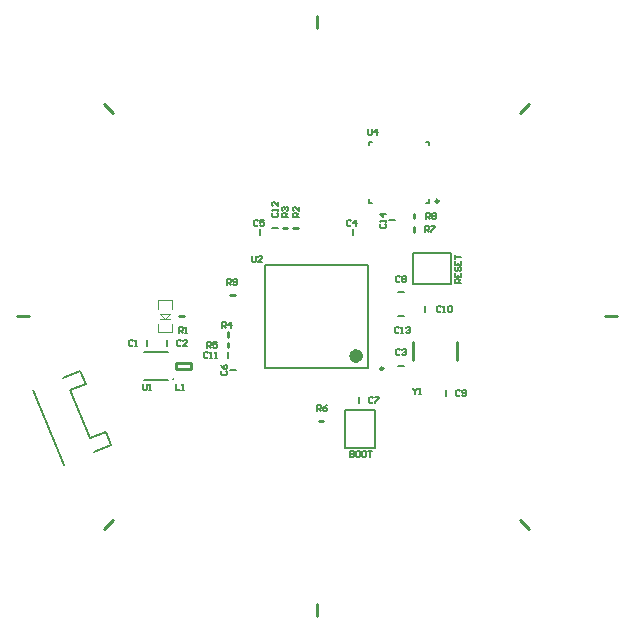
<source format=gto>
G04 Layer_Color=65535*
%FSAX25Y25*%
%MOIN*%
G70*
G01*
G75*
%ADD30C,0.01000*%
%ADD49C,0.00787*%
%ADD50C,0.00984*%
%ADD51C,0.02362*%
%ADD52C,0.00800*%
%ADD53C,0.00394*%
%ADD54C,0.00500*%
D30*
X0438289Y0190789D02*
X0441118Y0193618D01*
X0463213Y0261500D02*
X0464787D01*
X0462000Y0244000D02*
X0467000D01*
X0462000Y0246000D02*
X0467000D01*
Y0244000D02*
Y0246000D01*
X0462000Y0244000D02*
Y0246000D01*
X0541250Y0246950D02*
Y0253050D01*
X0555750Y0246950D02*
Y0253050D01*
X0480213Y0268500D02*
X0481787D01*
X0541500Y0294213D02*
Y0295787D01*
Y0289713D02*
Y0291287D01*
X0509713Y0226500D02*
X0511287D01*
X0479500Y0251213D02*
Y0252787D01*
Y0254713D02*
Y0256287D01*
X0497713Y0291000D02*
X0499287D01*
X0501213D02*
X0502787D01*
X0438289Y0332211D02*
X0441118Y0329382D01*
X0576882D02*
X0579711Y0332211D01*
X0509000Y0161500D02*
Y0165500D01*
X0409000Y0261500D02*
X0413000D01*
X0509000Y0357500D02*
Y0361500D01*
X0605000Y0261500D02*
X0609000D01*
X0576882Y0193618D02*
X0579711Y0190789D01*
D49*
X0461209Y0240669D02*
G03*
X0461209Y0240669I-0000197J0000000D01*
G01*
X0458650Y0249724D02*
X0459634D01*
X0451366D02*
X0458650D01*
X0451366Y0240276D02*
X0452350D01*
X0459634D01*
X0518382Y0217701D02*
Y0230299D01*
X0528618Y0217701D02*
Y0230299D01*
X0518382D02*
X0528618D01*
X0518382Y0217701D02*
X0528618D01*
X0526126Y0244374D02*
Y0278626D01*
X0491874Y0244374D02*
Y0278626D01*
Y0244374D02*
X0526126D01*
X0491874Y0278626D02*
X0526126D01*
X0545516Y0319638D02*
X0546638D01*
Y0318516D02*
Y0319638D01*
X0526362D02*
X0527484D01*
X0526362Y0318516D02*
Y0319638D01*
Y0299362D02*
Y0300484D01*
Y0299362D02*
X0527484D01*
X0545516D02*
X0546638D01*
Y0300484D01*
X0541201Y0272382D02*
X0553799D01*
X0541201Y0282618D02*
X0553799D01*
X0541201Y0272382D02*
Y0282618D01*
X0553799Y0272382D02*
Y0282618D01*
D50*
X0531244Y0244079D02*
G03*
X0531244Y0244079I-0000492J0000000D01*
G01*
X0549689Y0299953D02*
G03*
X0549689Y0299953I-0000492J0000000D01*
G01*
D51*
X0523370Y0248311D02*
G03*
X0523370Y0248311I-0001181J0000000D01*
G01*
D52*
X0424424Y0240956D02*
X0430244Y0243367D01*
X0432052Y0239002D01*
X0438696Y0222962D02*
X0440495Y0218620D01*
X0434674Y0216209D02*
X0440495Y0218620D01*
X0414530Y0236858D02*
X0424781Y0212111D01*
X0426971Y0236897D02*
X0432052Y0239002D01*
X0426971Y0236897D02*
X0433615Y0220858D01*
X0438696Y0222962D01*
D53*
X0456138Y0256185D02*
Y0259039D01*
X0460862Y0256185D02*
Y0259039D01*
Y0263961D02*
Y0266815D01*
X0456138D02*
X0460862D01*
X0456138Y0263961D02*
Y0266815D01*
Y0256185D02*
X0460862D01*
X0456827Y0260694D02*
X0460173D01*
X0458500D02*
X0460094Y0262287D01*
X0456906D02*
X0458500Y0260694D01*
X0456925Y0262287D02*
X0460075D01*
D54*
X0452500Y0251500D02*
Y0253500D01*
X0533000Y0293500D02*
X0535000D01*
X0536000Y0261500D02*
X0538000D01*
X0494000Y0291000D02*
X0496000D01*
X0479500Y0247500D02*
Y0249500D01*
X0545000Y0263000D02*
Y0265000D01*
X0552000Y0235000D02*
Y0237000D01*
X0536000Y0269500D02*
X0538000D01*
X0523000Y0232500D02*
Y0234500D01*
X0480000Y0243500D02*
X0482000D01*
X0490000Y0288500D02*
Y0290500D01*
X0521000Y0288500D02*
Y0290500D01*
X0536000Y0245000D02*
X0538000D01*
X0459000Y0251500D02*
Y0253500D01*
X0451000Y0238999D02*
Y0237333D01*
X0451333Y0237000D01*
X0452000D01*
X0452333Y0237333D01*
Y0238999D01*
X0452999Y0237000D02*
X0453666D01*
X0453333D01*
Y0238999D01*
X0452999Y0238666D01*
X0520000Y0216499D02*
Y0214500D01*
X0521000D01*
X0521333Y0214833D01*
Y0215166D01*
X0521000Y0215500D01*
X0520000D01*
X0521000D01*
X0521333Y0215833D01*
Y0216166D01*
X0521000Y0216499D01*
X0520000D01*
X0522999D02*
X0522333D01*
X0521999Y0216166D01*
Y0214833D01*
X0522333Y0214500D01*
X0522999D01*
X0523332Y0214833D01*
Y0216166D01*
X0522999Y0216499D01*
X0524998D02*
X0524332D01*
X0523999Y0216166D01*
Y0214833D01*
X0524332Y0214500D01*
X0524998D01*
X0525332Y0214833D01*
Y0216166D01*
X0524998Y0216499D01*
X0525998D02*
X0527331D01*
X0526664D01*
Y0214500D01*
X0487500Y0281499D02*
Y0279833D01*
X0487833Y0279500D01*
X0488500D01*
X0488833Y0279833D01*
Y0281499D01*
X0490832Y0279500D02*
X0489499D01*
X0490832Y0280833D01*
Y0281166D01*
X0490499Y0281499D01*
X0489833D01*
X0489499Y0281166D01*
X0526000Y0323999D02*
Y0322333D01*
X0526333Y0322000D01*
X0527000D01*
X0527333Y0322333D01*
Y0323999D01*
X0528999Y0322000D02*
Y0323999D01*
X0527999Y0323000D01*
X0529332D01*
X0463000Y0256000D02*
Y0257999D01*
X0464000D01*
X0464333Y0257666D01*
Y0257000D01*
X0464000Y0256666D01*
X0463000D01*
X0463666D02*
X0464333Y0256000D01*
X0464999D02*
X0465666D01*
X0465333D01*
Y0257999D01*
X0464999Y0257666D01*
X0462000Y0238999D02*
Y0237000D01*
X0463333D01*
X0463999D02*
X0464666D01*
X0464333D01*
Y0238999D01*
X0463999Y0238666D01*
X0447833Y0253166D02*
X0447500Y0253499D01*
X0446833D01*
X0446500Y0253166D01*
Y0251833D01*
X0446833Y0251500D01*
X0447500D01*
X0447833Y0251833D01*
X0448499Y0251500D02*
X0449166D01*
X0448833D01*
Y0253499D01*
X0448499Y0253166D01*
X0541000Y0237499D02*
Y0237166D01*
X0541666Y0236500D01*
X0542333Y0237166D01*
Y0237499D01*
X0541666Y0236500D02*
Y0235500D01*
X0542999D02*
X0543666D01*
X0543333D01*
Y0237499D01*
X0542999Y0237166D01*
X0557000Y0272500D02*
X0555001D01*
Y0273500D01*
X0555334Y0273833D01*
X0556000D01*
X0556334Y0273500D01*
Y0272500D01*
Y0273166D02*
X0557000Y0273833D01*
X0555001Y0275832D02*
Y0274499D01*
X0557000D01*
Y0275832D01*
X0556000Y0274499D02*
Y0275166D01*
X0555334Y0277832D02*
X0555001Y0277498D01*
Y0276832D01*
X0555334Y0276499D01*
X0555667D01*
X0556000Y0276832D01*
Y0277498D01*
X0556334Y0277832D01*
X0556667D01*
X0557000Y0277498D01*
Y0276832D01*
X0556667Y0276499D01*
X0555001Y0279831D02*
Y0278498D01*
X0557000D01*
Y0279831D01*
X0556000Y0278498D02*
Y0279165D01*
X0555001Y0280497D02*
Y0281830D01*
Y0281164D01*
X0557000D01*
X0479000Y0272000D02*
Y0273999D01*
X0480000D01*
X0480333Y0273666D01*
Y0273000D01*
X0480000Y0272666D01*
X0479000D01*
X0479666D02*
X0480333Y0272000D01*
X0480999Y0272333D02*
X0481333Y0272000D01*
X0481999D01*
X0482332Y0272333D01*
Y0273666D01*
X0481999Y0273999D01*
X0481333D01*
X0480999Y0273666D01*
Y0273333D01*
X0481333Y0273000D01*
X0482332D01*
X0545500Y0294000D02*
Y0295999D01*
X0546500D01*
X0546833Y0295666D01*
Y0295000D01*
X0546500Y0294666D01*
X0545500D01*
X0546166D02*
X0546833Y0294000D01*
X0547499Y0295666D02*
X0547833Y0295999D01*
X0548499D01*
X0548832Y0295666D01*
Y0295333D01*
X0548499Y0295000D01*
X0548832Y0294666D01*
Y0294333D01*
X0548499Y0294000D01*
X0547833D01*
X0547499Y0294333D01*
Y0294666D01*
X0547833Y0295000D01*
X0547499Y0295333D01*
Y0295666D01*
X0547833Y0295000D02*
X0548499D01*
X0545000Y0289500D02*
Y0291499D01*
X0546000D01*
X0546333Y0291166D01*
Y0290500D01*
X0546000Y0290166D01*
X0545000D01*
X0545666D02*
X0546333Y0289500D01*
X0546999Y0291499D02*
X0548332D01*
Y0291166D01*
X0546999Y0289833D01*
Y0289500D01*
X0509000Y0230000D02*
Y0231999D01*
X0510000D01*
X0510333Y0231666D01*
Y0231000D01*
X0510000Y0230666D01*
X0509000D01*
X0509666D02*
X0510333Y0230000D01*
X0512332Y0231999D02*
X0511666Y0231666D01*
X0510999Y0231000D01*
Y0230333D01*
X0511333Y0230000D01*
X0511999D01*
X0512332Y0230333D01*
Y0230666D01*
X0511999Y0231000D01*
X0510999D01*
X0472500Y0251000D02*
Y0252999D01*
X0473500D01*
X0473833Y0252666D01*
Y0252000D01*
X0473500Y0251666D01*
X0472500D01*
X0473166D02*
X0473833Y0251000D01*
X0475832Y0252999D02*
X0474499D01*
Y0252000D01*
X0475166Y0252333D01*
X0475499D01*
X0475832Y0252000D01*
Y0251333D01*
X0475499Y0251000D01*
X0474833D01*
X0474499Y0251333D01*
X0477500Y0257500D02*
Y0259499D01*
X0478500D01*
X0478833Y0259166D01*
Y0258500D01*
X0478500Y0258166D01*
X0477500D01*
X0478166D02*
X0478833Y0257500D01*
X0480499D02*
Y0259499D01*
X0479499Y0258500D01*
X0480832D01*
X0499500Y0294500D02*
X0497501D01*
Y0295500D01*
X0497834Y0295833D01*
X0498500D01*
X0498834Y0295500D01*
Y0294500D01*
Y0295166D02*
X0499500Y0295833D01*
X0497834Y0296499D02*
X0497501Y0296833D01*
Y0297499D01*
X0497834Y0297832D01*
X0498167D01*
X0498500Y0297499D01*
Y0297166D01*
Y0297499D01*
X0498834Y0297832D01*
X0499167D01*
X0499500Y0297499D01*
Y0296833D01*
X0499167Y0296499D01*
X0503000Y0294500D02*
X0501001D01*
Y0295500D01*
X0501334Y0295833D01*
X0502000D01*
X0502334Y0295500D01*
Y0294500D01*
Y0295166D02*
X0503000Y0295833D01*
Y0297832D02*
Y0296499D01*
X0501667Y0297832D01*
X0501334D01*
X0501001Y0297499D01*
Y0296833D01*
X0501334Y0296499D01*
X0530334Y0292333D02*
X0530001Y0292000D01*
Y0291333D01*
X0530334Y0291000D01*
X0531667D01*
X0532000Y0291333D01*
Y0292000D01*
X0531667Y0292333D01*
X0532000Y0292999D02*
Y0293666D01*
Y0293333D01*
X0530001D01*
X0530334Y0292999D01*
X0532000Y0295665D02*
X0530001D01*
X0531000Y0294666D01*
Y0295998D01*
X0536333Y0257666D02*
X0536000Y0257999D01*
X0535333D01*
X0535000Y0257666D01*
Y0256333D01*
X0535333Y0256000D01*
X0536000D01*
X0536333Y0256333D01*
X0536999Y0256000D02*
X0537666D01*
X0537333D01*
Y0257999D01*
X0536999Y0257666D01*
X0538665D02*
X0538999Y0257999D01*
X0539665D01*
X0539998Y0257666D01*
Y0257333D01*
X0539665Y0257000D01*
X0539332D01*
X0539665D01*
X0539998Y0256666D01*
Y0256333D01*
X0539665Y0256000D01*
X0538999D01*
X0538665Y0256333D01*
X0494334Y0295833D02*
X0494001Y0295500D01*
Y0294833D01*
X0494334Y0294500D01*
X0495667D01*
X0496000Y0294833D01*
Y0295500D01*
X0495667Y0295833D01*
X0496000Y0296499D02*
Y0297166D01*
Y0296833D01*
X0494001D01*
X0494334Y0296499D01*
X0496000Y0299498D02*
Y0298165D01*
X0494667Y0299498D01*
X0494334D01*
X0494001Y0299165D01*
Y0298499D01*
X0494334Y0298165D01*
X0472833Y0249166D02*
X0472500Y0249499D01*
X0471833D01*
X0471500Y0249166D01*
Y0247833D01*
X0471833Y0247500D01*
X0472500D01*
X0472833Y0247833D01*
X0473499Y0247500D02*
X0474166D01*
X0473833D01*
Y0249499D01*
X0473499Y0249166D01*
X0475166Y0247500D02*
X0475832D01*
X0475499D01*
Y0249499D01*
X0475166Y0249166D01*
X0550333Y0264666D02*
X0550000Y0264999D01*
X0549333D01*
X0549000Y0264666D01*
Y0263333D01*
X0549333Y0263000D01*
X0550000D01*
X0550333Y0263333D01*
X0550999Y0263000D02*
X0551666D01*
X0551333D01*
Y0264999D01*
X0550999Y0264666D01*
X0552666D02*
X0552999Y0264999D01*
X0553665D01*
X0553998Y0264666D01*
Y0263333D01*
X0553665Y0263000D01*
X0552999D01*
X0552666Y0263333D01*
Y0264666D01*
X0556833Y0236666D02*
X0556500Y0236999D01*
X0555833D01*
X0555500Y0236666D01*
Y0235333D01*
X0555833Y0235000D01*
X0556500D01*
X0556833Y0235333D01*
X0557499D02*
X0557833Y0235000D01*
X0558499D01*
X0558832Y0235333D01*
Y0236666D01*
X0558499Y0236999D01*
X0557833D01*
X0557499Y0236666D01*
Y0236333D01*
X0557833Y0236000D01*
X0558832D01*
X0536833Y0274666D02*
X0536500Y0274999D01*
X0535833D01*
X0535500Y0274666D01*
Y0273333D01*
X0535833Y0273000D01*
X0536500D01*
X0536833Y0273333D01*
X0537499Y0274666D02*
X0537833Y0274999D01*
X0538499D01*
X0538832Y0274666D01*
Y0274333D01*
X0538499Y0274000D01*
X0538832Y0273666D01*
Y0273333D01*
X0538499Y0273000D01*
X0537833D01*
X0537499Y0273333D01*
Y0273666D01*
X0537833Y0274000D01*
X0537499Y0274333D01*
Y0274666D01*
X0537833Y0274000D02*
X0538499D01*
X0527833Y0234166D02*
X0527500Y0234499D01*
X0526833D01*
X0526500Y0234166D01*
Y0232833D01*
X0526833Y0232500D01*
X0527500D01*
X0527833Y0232833D01*
X0528499Y0234499D02*
X0529832D01*
Y0234166D01*
X0528499Y0232833D01*
Y0232500D01*
X0477334Y0243333D02*
X0477001Y0243000D01*
Y0242333D01*
X0477334Y0242000D01*
X0478667D01*
X0479000Y0242333D01*
Y0243000D01*
X0478667Y0243333D01*
X0477001Y0245332D02*
X0477334Y0244666D01*
X0478000Y0243999D01*
X0478667D01*
X0479000Y0244333D01*
Y0244999D01*
X0478667Y0245332D01*
X0478334D01*
X0478000Y0244999D01*
Y0243999D01*
X0489333Y0293166D02*
X0489000Y0293499D01*
X0488333D01*
X0488000Y0293166D01*
Y0291833D01*
X0488333Y0291500D01*
X0489000D01*
X0489333Y0291833D01*
X0491332Y0293499D02*
X0489999D01*
Y0292500D01*
X0490666Y0292833D01*
X0490999D01*
X0491332Y0292500D01*
Y0291833D01*
X0490999Y0291500D01*
X0490333D01*
X0489999Y0291833D01*
X0520333Y0293166D02*
X0520000Y0293499D01*
X0519333D01*
X0519000Y0293166D01*
Y0291833D01*
X0519333Y0291500D01*
X0520000D01*
X0520333Y0291833D01*
X0521999Y0291500D02*
Y0293499D01*
X0520999Y0292500D01*
X0522332D01*
X0536833Y0250166D02*
X0536500Y0250499D01*
X0535833D01*
X0535500Y0250166D01*
Y0248833D01*
X0535833Y0248500D01*
X0536500D01*
X0536833Y0248833D01*
X0537499Y0250166D02*
X0537833Y0250499D01*
X0538499D01*
X0538832Y0250166D01*
Y0249833D01*
X0538499Y0249500D01*
X0538166D01*
X0538499D01*
X0538832Y0249166D01*
Y0248833D01*
X0538499Y0248500D01*
X0537833D01*
X0537499Y0248833D01*
X0463833Y0253166D02*
X0463500Y0253499D01*
X0462833D01*
X0462500Y0253166D01*
Y0251833D01*
X0462833Y0251500D01*
X0463500D01*
X0463833Y0251833D01*
X0465832Y0251500D02*
X0464499D01*
X0465832Y0252833D01*
Y0253166D01*
X0465499Y0253499D01*
X0464833D01*
X0464499Y0253166D01*
M02*

</source>
